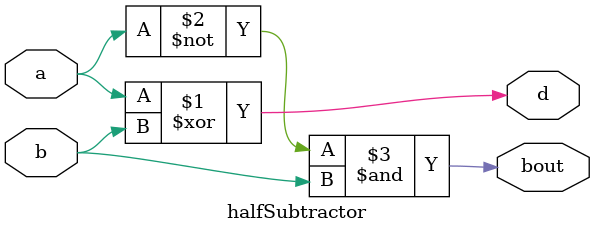
<source format=v>
`timescale 1ns / 1ps

module halfSubtractor(
    input a, b,
    output d, bout
);
    
    assign d = a ^ b;
    assign bout = ~a & b;

endmodule
</source>
